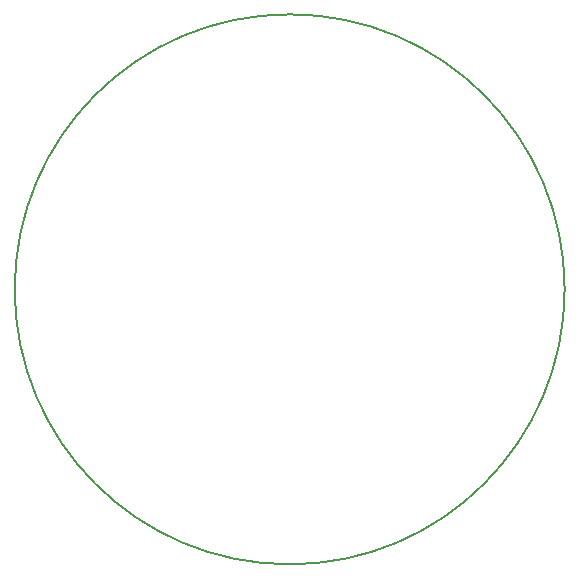
<source format=gbr>
%TF.GenerationSoftware,KiCad,Pcbnew,4.0.7-e2-6376~58~ubuntu16.04.1*%
%TF.CreationDate,2018-02-03T18:41:43+01:00*%
%TF.ProjectId,pin_attiny,70696E5F617474696E792E6B69636164,rev?*%
%TF.FileFunction,Profile,NP*%
%FSLAX46Y46*%
G04 Gerber Fmt 4.6, Leading zero omitted, Abs format (unit mm)*
G04 Created by KiCad (PCBNEW 4.0.7-e2-6376~58~ubuntu16.04.1) date Sat Feb  3 18:41:43 2018*
%MOMM*%
%LPD*%
G01*
G04 APERTURE LIST*
%ADD10C,0.100000*%
%ADD11C,0.150000*%
G04 APERTURE END LIST*
D10*
D11*
X116246256Y-97282000D02*
G75*
G03X116246256Y-97282000I-23282256J0D01*
G01*
M02*

</source>
